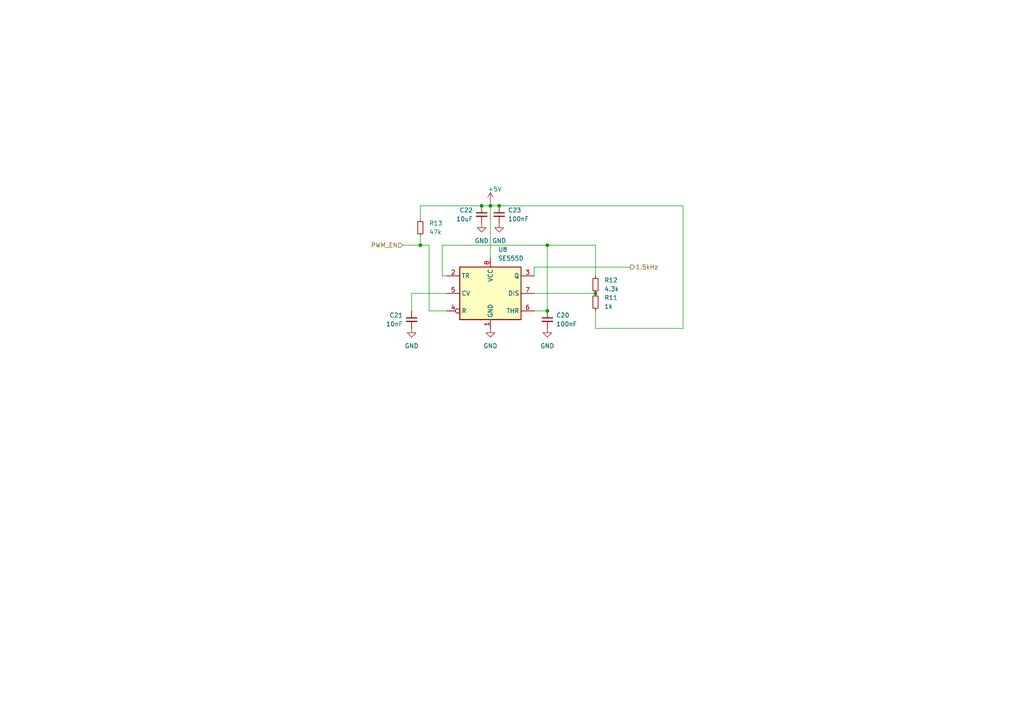
<source format=kicad_sch>
(kicad_sch (version 20250114) (generator "eeschema") (generator_version "9.0")
  (paper "A4")
  (lib_symbols
    (symbol "Device:C_Small" (pin_numbers (hide yes)) (pin_names (offset 0.254) (hide yes))
      (property "Reference" "C" (at 0.254 1.778 0))
      (property "Value" "C_Small" (at 0.254 -2.032 0))
      (symbol "C_Small_0_1"
        (polyline (pts (xy -1.524 0.508) (xy 1.524 0.508)) (stroke (width 0.3048)))
        (polyline (pts (xy -1.524 -0.508) (xy 1.524 -0.508)) (stroke (width 0.3302)))
      )
      (symbol "C_Small_1_1"
        (pin passive line (at 0 2.54 270) (length 2.032) (name "~") (number "1"))
        (pin passive line (at 0 -2.54 90) (length 2.032) (name "~") (number "2"))
      )
    )
    (symbol "Device:R_Small" (pin_numbers (hide yes)) (pin_names (offset 0.254) (hide yes))
      (property "Reference" "R" (at 0.762 0.508 0))
      (property "Value" "R_Small" (at 0.762 -1.016 0))
      (symbol "R_Small_0_1"
        (rectangle (start -0.762 1.778) (end 0.762 -1.778) (stroke (width 0.2032)))
      )
      (symbol "R_Small_1_1"
        (pin passive line (at 0 2.54 270) (length 0.762) (name "~") (number "1"))
        (pin passive line (at 0 -2.54 90) (length 0.762) (name "~") (number "2"))
      )
    )
    (symbol "Timer:SE555D"
      (property "Reference" "U" (at -10.16 8.89 0))
      (property "Value" "SE555D" (at 2.54 8.89 0))
      (symbol "SE555D_0_0"
        (pin power_in line (at 0 10.16 270) (length 2.54) (name "VCC") (number "8"))
        (pin power_in line (at 0 -10.16 90) (length 2.54) (name "GND") (number "1"))
      )
      (symbol "SE555D_0_1"
        (rectangle (start -8.89 -7.62) (end 8.89 7.62) (stroke (width 0.254)) (fill (type background)))
        (rectangle (start -8.89 -7.62) (end 8.89 7.62) (stroke (width 0.254)) (fill (type background)))
      )
      (symbol "SE555D_1_1"
        (pin input line (at -12.7 5.08 0) (length 3.81) (name "TR") (number "2"))
        (pin input line (at -12.7 0 0) (length 3.81) (name "CV") (number "5"))
        (pin input inverted (at -12.7 -5.08 0) (length 3.81) (name "R") (number "4"))
        (pin output line (at 12.7 5.08 180) (length 3.81) (name "Q") (number "3"))
        (pin input line (at 12.7 0 180) (length 3.81) (name "DIS") (number "7"))
        (pin input line (at 12.7 -5.08 180) (length 3.81) (name "THR") (number "6"))
      )
    )
    (symbol "power:+5V" (power) (pin_numbers (hide yes)) (pin_names (offset 0) (hide yes))
      (property "Value" "+5V" (at 0 3.556 0))
      (symbol "+5V_0_1"
        (polyline (pts (xy -0.762 1.27) (xy 0 2.54)))
        (polyline (pts (xy 0 2.54) (xy 0.762 1.27)))
        (polyline (pts (xy 0 0) (xy 0 2.54)))
      )
      (symbol "+5V_1_1"
        (pin power_in line (at 0 0 90) (length 0) (name "~") (number "1"))
      )
    )
    (symbol "power:GND" (power) (pin_numbers (hide yes)) (pin_names (offset 0) (hide yes))
      (property "Value" "GND" (at 0 -3.81 0))
      (symbol "GND_0_1"
        (polyline (pts (xy 0 0) (xy 0 -1.27) (xy 1.27 -1.27) (xy 0 -2.54) (xy -1.27 -1.27) (xy 0 -1.27)))
      )
      (symbol "GND_1_1"
        (pin power_in line (at 0 0 270) (length 0) (name "~") (number "1"))
      )
    )
  )
  (junction (at 142.24 59.69))
  (junction (at 172.72 85.09))
  (junction (at 158.75 90.17))
  (junction (at 139.7 59.69))
  (junction (at 158.75 71.12))
  (junction (at 144.78 59.69))
  (junction (at 121.92 71.12))
  (wire (pts (xy 121.92 71.12) (xy 116.84 71.12)))
  (wire (pts (xy 121.92 59.69) (xy 139.7 59.69)))
  (wire (pts (xy 172.72 95.25) (xy 198.12 95.25)))
  (wire (pts (xy 154.94 85.09) (xy 172.72 85.09)))
  (wire (pts (xy 119.38 90.17) (xy 119.38 85.09)))
  (wire (pts (xy 198.12 95.25) (xy 198.12 59.69)))
  (wire (pts (xy 124.46 90.17) (xy 124.46 71.12)))
  (wire (pts (xy 121.92 68.58) (xy 121.92 71.12)))
  (wire (pts (xy 142.24 58.42) (xy 142.24 59.69)))
  (wire (pts (xy 154.94 77.47) (xy 182.88 77.47)))
  (wire (pts (xy 158.75 71.12) (xy 158.75 90.17)))
  (wire (pts (xy 129.54 90.17) (xy 124.46 90.17)))
  (wire (pts (xy 124.46 71.12) (xy 121.92 71.12)))
  (wire (pts (xy 121.92 59.69) (xy 121.92 63.5)))
  (wire (pts (xy 144.78 59.69) (xy 198.12 59.69)))
  (wire (pts (xy 172.72 80.01) (xy 172.72 71.12)))
  (wire (pts (xy 172.72 95.25) (xy 172.72 90.17)))
  (wire (pts (xy 154.94 77.47) (xy 154.94 80.01)))
  (wire (pts (xy 139.7 59.69) (xy 142.24 59.69)))
  (wire (pts (xy 119.38 85.09) (xy 129.54 85.09)))
  (wire (pts (xy 172.72 71.12) (xy 158.75 71.12)))
  (wire (pts (xy 129.54 80.01) (xy 128.27 80.01)))
  (wire (pts (xy 142.24 59.69) (xy 142.24 74.93)))
  (wire (pts (xy 128.27 80.01) (xy 128.27 71.12)))
  (wire (pts (xy 158.75 90.17) (xy 154.94 90.17)))
  (wire (pts (xy 142.24 59.69) (xy 144.78 59.69)))
  (wire (pts (xy 128.27 71.12) (xy 158.75 71.12)))
  (hierarchical_label "PWM_EN" (shape input) (at 116.84 71.12 180))
  (hierarchical_label "1.5kHz" (shape output) (at 182.88 77.47 0))
  (symbol (lib_id "power:GND") (at 144.78 64.77 0) (unit 1)
    (property "Reference" "#PWR045" (effects (hide yes)))
    (property "Value" "GND" (at 144.78 69.85 0))
    (property "Description" "Power symbol creates a global label with name \"GND\" , ground" (effects (hide yes)))
  )
  (symbol (lib_id "power:GND") (at 142.24 95.25 0) (unit 1)
    (property "Reference" "#PWR040" (effects (hide yes)))
    (property "Value" "GND" (at 142.24 100.33 0))
    (property "Description" "Power symbol creates a global label with name \"GND\" , ground" (effects (hide yes)))
  )
  (symbol (lib_id "Device:R_Small") (at 121.92 66.04 0) (unit 1)
    (property "Reference" "R13" (at 124.46 64.7699 0) (effects (justify left)))
    (property "Value" "47k" (at 124.46 67.3099 0) (effects (justify left)))
    (property "Footprint" "Resistor_SMD:R_0402_1005Metric" (effects (hide yes)))
    (property "Description" "Resistor, small symbol" (effects (hide yes)))
  )
  (symbol (lib_id "Device:C_Small") (at 144.78 62.23 0) (unit 1)
    (property "Reference" "C23" (at 147.32 60.9662 0) (effects (justify left)))
    (property "Value" "100nF" (at 147.32 63.5062 0) (effects (justify left)))
    (property "Footprint" "Capacitor_SMD:C_0402_1005Metric" (effects (hide yes)))
    (property "Description" "Unpolarized capacitor, small symbol" (effects (hide yes)))
  )
  (symbol (lib_id "power:GND") (at 139.7 64.77 0) (unit 1)
    (property "Reference" "#PWR046" (effects (hide yes)))
    (property "Value" "GND" (at 139.7 69.85 0))
    (property "Description" "Power symbol creates a global label with name \"GND\" , ground" (effects (hide yes)))
  )
  (symbol (lib_id "power:GND") (at 158.75 95.25 0) (unit 1)
    (property "Reference" "#PWR041" (effects (hide yes)))
    (property "Value" "GND" (at 158.75 100.33 0))
    (property "Description" "Power symbol creates a global label with name \"GND\" , ground" (effects (hide yes)))
  )
  (symbol (lib_id "Device:R_Small") (at 172.72 87.63 0) (unit 1)
    (property "Reference" "R11" (at 175.26 86.3599 0) (effects (justify left)))
    (property "Value" "1k" (at 175.26 88.8999 0) (effects (justify left)))
    (property "Footprint" "Resistor_SMD:R_0402_1005Metric" (effects (hide yes)))
    (property "Description" "Resistor, small symbol" (effects (hide yes)))
  )
  (symbol (lib_id "Device:C_Small") (at 158.75 92.71 0) (unit 1)
    (property "Reference" "C20" (at 161.29 91.4462 0) (effects (justify left)))
    (property "Value" "100nF" (at 161.29 93.9862 0) (effects (justify left)))
    (property "Footprint" "Capacitor_SMD:C_1206_3216Metric" (effects (hide yes)))
    (property "Description" "Unpolarized capacitor, small symbol" (effects (hide yes)))
    (property "필드5" "CC1206JKNPO9BN104" (effects (hide yes)))
  )
  (symbol (lib_id "Timer:SE555D") (at 142.24 85.09 0) (unit 1)
    (property "Reference" "U8" (at 144.4341 72.39 0) (effects (justify left)))
    (property "Value" "SE555D" (at 144.4341 74.93 0) (effects (justify left)))
    (property "Footprint" "Package_SO:SOIC-8_3.9x4.9mm_P1.27mm" (effects (hide yes)))
    (property "Datasheet" "http://www.ti.com/lit/ds/symlink/ne555.pdf" (effects (hide yes)))
    (property "Description" "Precision Timers, 555 compatible, SOIC-8" (effects (hide yes)))
  )
  (symbol (lib_id "power:+5V") (at 142.24 58.42 0) (unit 1)
    (property "Reference" "#PWR039" (effects (hide yes)))
    (property "Value" "+5V" (at 143.51 54.864 0))
    (property "Description" "Power symbol creates a global label with name \"+5V\"" (effects (hide yes)))
  )
  (symbol (lib_id "Device:C_Small") (at 119.38 92.71 0) (mirror y) (unit 1)
    (property "Reference" "C21" (at 116.84 91.4462 0) (effects (justify left)))
    (property "Value" "10nF" (at 116.84 93.9862 0) (effects (justify left)))
    (property "Footprint" "Capacitor_SMD:C_0603_1608Metric" (effects (hide yes)))
    (property "Description" "Unpolarized capacitor, small symbol" (effects (hide yes)))
  )
  (symbol (lib_id "power:GND") (at 119.38 95.25 0) (unit 1)
    (property "Reference" "#PWR042" (effects (hide yes)))
    (property "Value" "GND" (at 119.38 100.33 0))
    (property "Description" "Power symbol creates a global label with name \"GND\" , ground" (effects (hide yes)))
  )
  (symbol (lib_id "Device:C_Small") (at 139.7 62.23 0) (mirror y) (unit 1)
    (property "Reference" "C22" (at 137.16 60.9662 0) (effects (justify left)))
    (property "Value" "10uF" (at 137.16 63.5062 0) (effects (justify left)))
    (property "Footprint" "Capacitor_SMD:C_0402_1005Metric" (effects (hide yes)))
    (property "Description" "Unpolarized capacitor, small symbol" (effects (hide yes)))
  )
  (symbol (lib_id "Device:R_Small") (at 172.72 82.55 0) (unit 1)
    (property "Reference" "R12" (at 175.26 81.2799 0) (effects (justify left)))
    (property "Value" "4.3k" (at 175.26 83.8199 0) (effects (justify left)))
    (property "Footprint" "Resistor_SMD:R_0402_1005Metric" (effects (hide yes)))
    (property "Description" "Resistor, small symbol" (effects (hide yes)))
  )
)
</source>
